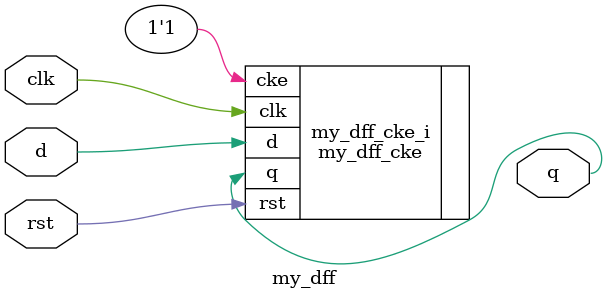
<source format=sv>
`timescale 1ns/1ps

module my_dff #(
    parameter n=1,
    parameter init=0
) (
    input wire [n-1:0] d,
    output reg [n-1:0] q,
    input wire clk,
    input wire rst
);
    my_dff_cke #(
        .n(n),
        .init(init)
    ) my_dff_cke_i (
        .d(d),
        .q(q),
        .clk(clk),
        .rst(rst),
        .cke(1'b1)
    );
endmodule

</source>
